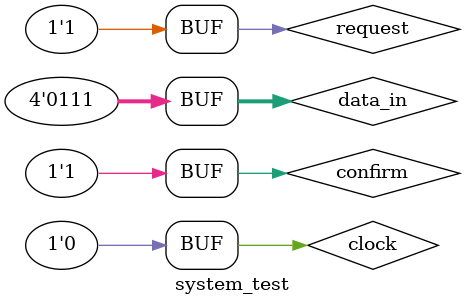
<source format=v>
`timescale 1ns / 1ps

module system_test ();
    wire [3:0] first_data_out;
    wire [3:0] second_data_out;

    reg confirm;
    reg [3:0] data_in;
    reg request;
    reg clock;
    
    system uut (
        .first_data_out(first_data_out),
        .second_data_out(second_data_out),
        .confirm(confirm),
        .data_in(data_in),
        .request(request),
        .clock(clock)
    );

    initial
    begin
        clock = 0;
        repeat (100)
            #40 clock = ~clock;
    end

    initial
    begin
        request = 1;
        #200
        
        confirm = 1;
        data_in = 4'b0110;
        #200;

        data_in = 4'b0111;
        #100;

        request = 0;
        #50;

        request = 1;
        #50;
        
        data_in = 4'b0110;
        confirm = 1;
        #100;
        
        data_in = 4'b0111;
        #50;
        
        
    end
endmodule


</source>
